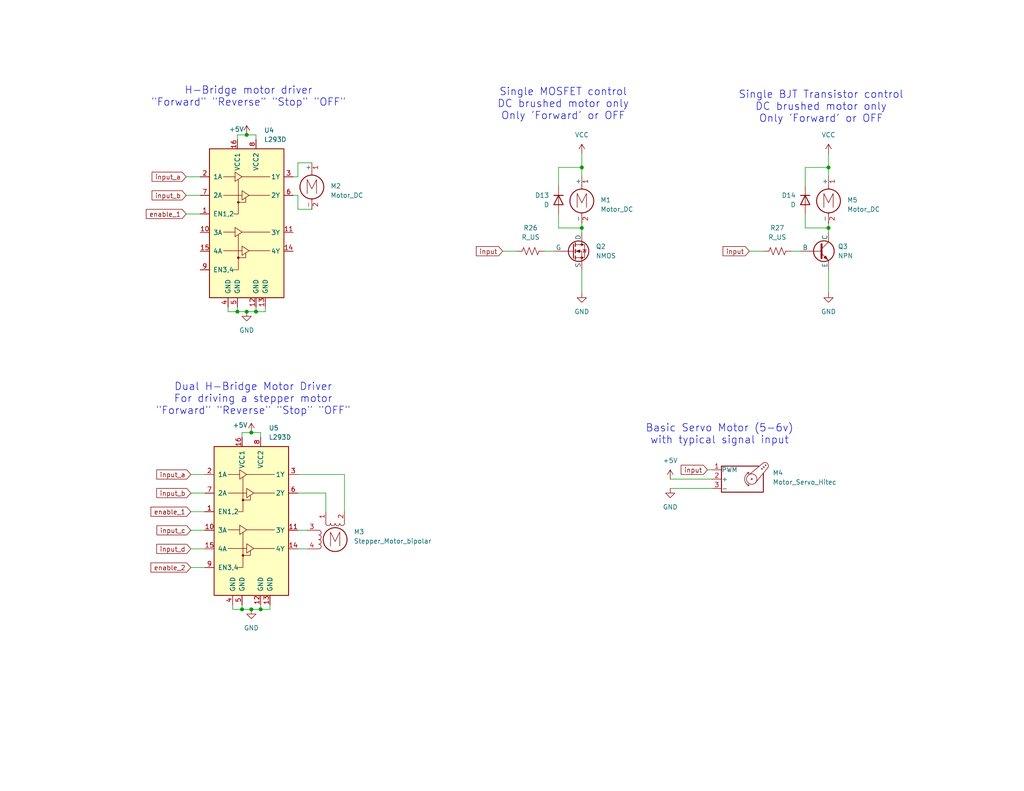
<source format=kicad_sch>
(kicad_sch (version 20231120) (generator "eeschema") (generator_version "8.0")
  (paper "USLetter")
  (title_block (title "Motors") (date "2025-04-24") (rev "v1.0") (company "Mason High School Applied Technology") (comment 1 "2x using simple transistor control") (comment 2 "2x using common L293 motor driver") (comment 3 "1 simple servo motor") (comment 4 "5 Ways to implement motors"))
  (lib_symbols
    (symbol "Device:D" (pin_numbers hide) (pin_names (offset 1.016) hide)
      (property "Reference" "D" (at 0 2.54 0))
      (property "Value" "D" (at 0 -2.54 0))
      (symbol "D_0_1"
        (polyline (pts (xy -1.27 1.27) (xy -1.27 -1.27)) (stroke (width 0.254)))
        (polyline (pts (xy 1.27 0) (xy -1.27 0)))
        (polyline (pts (xy 1.27 1.27) (xy 1.27 -1.27) (xy -1.27 0) (xy 1.27 1.27)) (stroke (width 0.254)))
      )
      (symbol "D_1_1"
        (pin passive line (at -3.81 0 0) (length 2.54) (name "K") (number "1"))
        (pin passive line (at 3.81 0 180) (length 2.54) (name "A") (number "2"))
      )
    )
    (symbol "Device:R_US" (pin_numbers hide) (pin_names (offset 0))
      (property "Reference" "R" (at 2.54 0 90))
      (property "Value" "R_US" (at -2.54 0 90))
      (symbol "R_US_0_1"
        (polyline (pts (xy 0 -2.286) (xy 0 -2.54)))
        (polyline (pts (xy 0 2.286) (xy 0 2.54)))
        (polyline (pts (xy 0 -0.762) (xy 1.016 -1.143) (xy 0 -1.524) (xy -1.016 -1.905) (xy 0 -2.286)))
        (polyline (pts (xy 0 0.762) (xy 1.016 0.381) (xy 0 0) (xy -1.016 -0.381) (xy 0 -0.762)))
        (polyline (pts (xy 0 2.286) (xy 1.016 1.905) (xy 0 1.524) (xy -1.016 1.143) (xy 0 0.762)))
      )
      (symbol "R_US_1_1"
        (pin passive line (at 0 3.81 270) (length 1.27) (name "~") (number "1"))
        (pin passive line (at 0 -3.81 90) (length 1.27) (name "~") (number "2"))
      )
    )
    (symbol "Driver_Motor:L293D" (pin_names (offset 1.016))
      (property "Reference" "U" (at -5.08 26.035 0))
      (property "Value" "L293D" (at -5.08 24.13 0))
      (symbol "L293D_0_1"
        (rectangle (start -10.16 22.86) (end 10.16 -17.78) (stroke (width 0.254)) (fill (type background)))
        (circle (center -2.286 -6.858) (radius 0.254) (fill (type outline)))
        (circle (center -2.286 8.255) (radius 0.254) (fill (type outline)))
        (polyline (pts (xy -6.35 -4.953) (xy -1.27 -4.953)))
        (polyline (pts (xy -6.35 0.127) (xy -3.175 0.127)))
        (polyline (pts (xy -6.35 10.16) (xy -1.27 10.16)))
        (polyline (pts (xy -6.35 15.24) (xy -3.175 15.24)))
        (polyline (pts (xy -1.27 0.127) (xy 6.35 0.127)))
        (polyline (pts (xy -1.27 15.24) (xy 6.35 15.24)))
        (polyline (pts (xy 0.635 -4.953) (xy 6.35 -4.953)))
        (polyline (pts (xy 0.635 10.16) (xy 6.35 10.16)))
        (polyline (pts (xy -2.286 -6.858) (xy -0.254 -6.858) (xy -0.254 -5.588)))
        (polyline (pts (xy -2.286 -0.635) (xy -2.286 -10.16) (xy -3.556 -10.16)))
        (polyline (pts (xy -2.286 8.255) (xy -0.254 8.255) (xy -0.254 9.525)))
        (polyline (pts (xy -2.286 14.478) (xy -2.286 5.08) (xy -3.556 5.08)))
        (polyline (pts (xy -3.175 1.397) (xy -3.175 -1.143) (xy -1.27 0.127) (xy -3.175 1.397)))
        (polyline (pts (xy -3.175 16.51) (xy -3.175 13.97) (xy -1.27 15.24) (xy -3.175 16.51)))
        (polyline (pts (xy -1.27 -3.683) (xy -1.27 -6.223) (xy 0.635 -4.953) (xy -1.27 -3.683)))
        (polyline (pts (xy -1.27 11.43) (xy -1.27 8.89) (xy 0.635 10.16) (xy -1.27 11.43)))
      )
      (symbol "L293D_1_1"
        (pin input line (at -12.7 5.08 0) (length 2.54) (name "EN1,2") (number "1"))
        (pin input line (at -12.7 0 0) (length 2.54) (name "3A") (number "10"))
        (pin output line (at 12.7 0 180) (length 2.54) (name "3Y") (number "11"))
        (pin power_in line (at 2.54 -20.32 90) (length 2.54) (name "GND") (number "12"))
        (pin power_in line (at 5.08 -20.32 90) (length 2.54) (name "GND") (number "13"))
        (pin output line (at 12.7 -5.08 180) (length 2.54) (name "4Y") (number "14"))
        (pin input line (at -12.7 -5.08 0) (length 2.54) (name "4A") (number "15"))
        (pin power_in line (at -2.54 25.4 270) (length 2.54) (name "VCC1") (number "16"))
        (pin input line (at -12.7 15.24 0) (length 2.54) (name "1A") (number "2"))
        (pin output line (at 12.7 15.24 180) (length 2.54) (name "1Y") (number "3"))
        (pin power_in line (at -5.08 -20.32 90) (length 2.54) (name "GND") (number "4"))
        (pin power_in line (at -2.54 -20.32 90) (length 2.54) (name "GND") (number "5"))
        (pin output line (at 12.7 10.16 180) (length 2.54) (name "2Y") (number "6"))
        (pin input line (at -12.7 10.16 0) (length 2.54) (name "2A") (number "7"))
        (pin power_in line (at 2.54 25.4 270) (length 2.54) (name "VCC2") (number "8"))
        (pin input line (at -12.7 -10.16 0) (length 2.54) (name "EN3,4") (number "9"))
      )
    )
    (symbol "Motor:Motor_DC" (pin_names (offset 0))
      (property "Reference" "M" (at 2.54 2.54 0))
      (property "Value" "Motor_DC" (at 2.54 -5.08 0))
      (symbol "Motor_DC_0_0"
        (polyline (pts (xy -1.27 -3.302) (xy -1.27 0.508) (xy 0 -2.032) (xy 1.27 0.508) (xy 1.27 -3.302)))
      )
      (symbol "Motor_DC_0_1"
        (circle (center 0 -1.524) (radius 3.2512) (stroke (width 0.254)))
        (polyline (pts (xy 0 -7.62) (xy 0 -7.112)))
        (polyline (pts (xy 0 -4.7752) (xy 0 -5.1816)))
        (polyline (pts (xy 0 1.7272) (xy 0 2.0828)))
        (polyline (pts (xy 0 2.032) (xy 0 2.54)))
      )
      (symbol "Motor_DC_1_1"
        (pin passive line (at 0 5.08 270) (length 2.54) (name "+") (number "1"))
        (pin passive line (at 0 -7.62 90) (length 2.54) (name "-") (number "2"))
      )
    )
    (symbol "Motor:Motor_Servo_Hitec" (pin_names (offset 0.0254))
      (property "Reference" "M" (at -5.08 4.445 0))
      (property "Value" "Motor_Servo_Hitec" (at -5.08 -4.064 0))
      (symbol "Motor_Servo_Hitec_0_1"
        (polyline (pts (xy 2.413 -1.778) (xy 2.032 -1.778)))
        (polyline (pts (xy 2.413 -1.778) (xy 2.286 -1.397)))
        (polyline (pts (xy 2.413 1.778) (xy 1.905 1.778)))
        (polyline (pts (xy 2.413 1.778) (xy 2.286 1.397)))
        (polyline (pts (xy 6.35 4.445) (xy 2.54 1.27)))
        (polyline (pts (xy 7.62 3.175) (xy 4.191 -1.016)))
        (polyline (pts (xy 5.08 3.556) (xy -5.08 3.556) (xy -5.08 -3.556) (xy 6.35 -3.556) (xy 6.35 1.524)) (stroke (width 0.254)))
        (arc (start 2.413 1.778) (mid 1.2406 0) (end 2.413 -1.778))
        (circle (center 3.175 0) (radius 0.1778))
        (circle (center 3.175 0) (radius 1.4224))
        (circle (center 5.969 2.794) (radius 0.127))
        (circle (center 6.477 3.302) (radius 0.127))
        (circle (center 6.985 3.81) (radius 0.127))
        (arc (start 7.62 3.175) (mid 7.4485 4.2735) (end 6.35 4.445))
      )
      (symbol "Motor_Servo_Hitec_1_1"
        (pin passive line (at -7.62 2.54 0) (length 2.54) (name "PWM") (number "1"))
        (pin passive line (at -7.62 0 0) (length 2.54) (name "+") (number "2"))
        (pin passive line (at -7.62 -2.54 0) (length 2.54) (name "-") (number "3"))
      )
    )
    (symbol "Motor:Stepper_Motor_bipolar" (pin_names (offset 0) hide)
      (property "Reference" "M" (at 3.81 2.54 0))
      (property "Value" "Stepper_Motor_bipolar" (at 3.81 1.27 0))
      (symbol "Stepper_Motor_bipolar_0_0"
        (polyline (pts (xy -1.27 -1.778) (xy -1.27 2.032) (xy 0 -0.508) (xy 1.27 2.032) (xy 1.27 -1.778)))
      )
      (symbol "Stepper_Motor_bipolar_0_1"
        (arc (start -4.445 -2.54) (mid -3.8127 -1.905) (end -4.445 -1.27))
        (arc (start -4.445 -1.27) (mid -3.8127 -0.635) (end -4.445 0))
        (arc (start -4.445 0) (mid -3.8127 0.635) (end -4.445 1.27))
        (arc (start -4.445 1.27) (mid -3.8127 1.905) (end -4.445 2.54))
        (arc (start -2.54 4.445) (mid -1.905 3.8127) (end -1.27 4.445))
        (arc (start -1.27 4.445) (mid -0.635 3.8127) (end 0 4.445))
        (polyline (pts (xy -5.08 -2.54) (xy -4.445 -2.54)))
        (polyline (pts (xy -5.08 2.54) (xy -4.445 2.54)))
        (polyline (pts (xy -2.54 5.08) (xy -2.54 4.445)))
        (polyline (pts (xy 2.54 5.08) (xy 2.54 4.445)))
        (circle (center 0 0) (radius 3.2512) (stroke (width 0.254)))
        (arc (start 0 4.445) (mid 0.635 3.8127) (end 1.27 4.445))
        (arc (start 1.27 4.445) (mid 1.905 3.8127) (end 2.54 4.445))
      )
      (symbol "Stepper_Motor_bipolar_1_1"
        (pin passive line (at -2.54 7.62 270) (length 2.54) (name "~") (number "1"))
        (pin passive line (at 2.54 7.62 270) (length 2.54) (name "-") (number "2"))
        (pin passive line (at -7.62 2.54 0) (length 2.54) (name "~") (number "3"))
        (pin passive line (at -7.62 -2.54 0) (length 2.54) (name "~") (number "4"))
      )
    )
    (symbol "Simulation_SPICE:NMOS" (pin_numbers hide) (pin_names (offset 0))
      (property "Reference" "Q" (at 5.08 1.27 0))
      (property "Value" "NMOS" (at 5.08 -1.27 0))
      (symbol "NMOS_0_1"
        (polyline (pts (xy 0.254 0) (xy -2.54 0)))
        (polyline (pts (xy 0.254 1.905) (xy 0.254 -1.905)) (stroke (width 0.254)))
        (polyline (pts (xy 0.762 -1.27) (xy 0.762 -2.286)) (stroke (width 0.254)))
        (polyline (pts (xy 0.762 0.508) (xy 0.762 -0.508)) (stroke (width 0.254)))
        (polyline (pts (xy 0.762 2.286) (xy 0.762 1.27)) (stroke (width 0.254)))
        (polyline (pts (xy 2.54 2.54) (xy 2.54 1.778)))
        (polyline (pts (xy 2.54 -2.54) (xy 2.54 0) (xy 0.762 0)))
        (polyline (pts (xy 0.762 -1.778) (xy 3.302 -1.778) (xy 3.302 1.778) (xy 0.762 1.778)))
        (polyline (pts (xy 1.016 0) (xy 2.032 0.381) (xy 2.032 -0.381) (xy 1.016 0)) (fill (type outline)))
        (polyline (pts (xy 2.794 0.508) (xy 2.921 0.381) (xy 3.683 0.381) (xy 3.81 0.254)))
        (polyline (pts (xy 3.302 0.381) (xy 2.921 -0.254) (xy 3.683 -0.254) (xy 3.302 0.381)))
        (circle (center 1.651 0) (radius 2.794) (stroke (width 0.254)))
        (circle (center 2.54 -1.778) (radius 0.254) (fill (type outline)))
        (circle (center 2.54 1.778) (radius 0.254) (fill (type outline)))
      )
      (symbol "NMOS_1_1"
        (pin passive line (at 2.54 5.08 270) (length 2.54) (name "D") (number "1"))
        (pin input line (at -5.08 0 0) (length 2.54) (name "G") (number "2"))
        (pin passive line (at 2.54 -5.08 90) (length 2.54) (name "S") (number "3"))
      )
    )
    (symbol "Simulation_SPICE:NPN" (pin_numbers hide) (pin_names (offset 0))
      (property "Reference" "Q" (at -2.54 7.62 0))
      (property "Value" "NPN" (at -2.54 5.08 0))
      (symbol "NPN_0_1"
        (polyline (pts (xy -2.54 0) (xy 0.635 0)) (stroke (width 0.1524)))
        (polyline (pts (xy 0.635 0.635) (xy 2.54 2.54)))
        (polyline (pts (xy 2.794 -1.27) (xy 2.794 -1.27)) (stroke (width 0.1524)))
        (polyline (pts (xy 2.794 -1.27) (xy 2.794 -1.27)) (stroke (width 0.1524)))
        (polyline (pts (xy 0.635 -0.635) (xy 2.54 -2.54) (xy 2.54 -2.54)))
        (polyline (pts (xy 0.635 1.905) (xy 0.635 -1.905) (xy 0.635 -1.905)) (stroke (width 0.508)))
        (polyline (pts (xy 1.27 -1.778) (xy 1.778 -1.27) (xy 2.286 -2.286) (xy 1.27 -1.778) (xy 1.27 -1.778)) (fill (type outline)))
        (circle (center 1.27 0) (radius 2.8194) (stroke (width 0.254)))
      )
      (symbol "NPN_1_1"
        (pin open_collector line (at 2.54 5.08 270) (length 2.54) (name "C") (number "1"))
        (pin input line (at -5.08 0 0) (length 2.54) (name "B") (number "2"))
        (pin open_emitter line (at 2.54 -5.08 90) (length 2.54) (name "E") (number "3"))
      )
    )
    (symbol "power:+5V" (power) (pin_numbers hide) (pin_names (offset 0) hide)
      (property "Value" "+5V" (at 0 3.556 0))
      (symbol "+5V_0_1"
        (polyline (pts (xy -0.762 1.27) (xy 0 2.54)))
        (polyline (pts (xy 0 0) (xy 0 2.54)))
        (polyline (pts (xy 0 2.54) (xy 0.762 1.27)))
      )
      (symbol "+5V_1_1"
        (pin power_in line (at 0 0 90) (length 0) (name "~") (number "1"))
      )
    )
    (symbol "power:GND" (power) (pin_numbers hide) (pin_names (offset 0) hide)
      (property "Value" "GND" (at 0 -3.81 0))
      (symbol "GND_0_1"
        (polyline (pts (xy 0 0) (xy 0 -1.27) (xy 1.27 -1.27) (xy 0 -2.54) (xy -1.27 -1.27) (xy 0 -1.27)))
      )
      (symbol "GND_1_1"
        (pin power_in line (at 0 0 270) (length 0) (name "~") (number "1"))
      )
    )
    (symbol "power:VCC" (power) (pin_numbers hide) (pin_names (offset 0) hide)
      (property "Value" "VCC" (at 0 3.556 0))
      (symbol "VCC_0_1"
        (polyline (pts (xy -0.762 1.27) (xy 0 2.54)))
        (polyline (pts (xy 0 0) (xy 0 2.54)))
        (polyline (pts (xy 0 2.54) (xy 0.762 1.27)))
      )
      (symbol "VCC_1_1"
        (pin power_in line (at 0 0 90) (length 0) (name "~") (number "1"))
      )
    )
  )
  (junction (at 68.58 166.37))
  (junction (at 67.31 85.09))
  (junction (at 69.85 85.09))
  (junction (at 226.06 45.72))
  (junction (at 66.04 166.37))
  (junction (at 67.31 36.83))
  (junction (at 64.77 85.09))
  (junction (at 71.12 166.37))
  (junction (at 158.75 45.72))
  (junction (at 226.06 62.23))
  (junction (at 68.58 118.11))
  (junction (at 158.75 62.23))
  (wire (pts (xy 63.5 166.37) (xy 66.04 166.37)))
  (wire (pts (xy 64.77 85.09) (xy 67.31 85.09)))
  (wire (pts (xy 81.28 134.62) (xy 88.9 134.62)))
  (wire (pts (xy 52.07 129.54) (xy 55.88 129.54)))
  (wire (pts (xy 52.07 134.62) (xy 55.88 134.62)))
  (wire (pts (xy 72.39 85.09) (xy 69.85 85.09)))
  (wire (pts (xy 73.66 165.1) (xy 73.66 166.37)))
  (wire (pts (xy 152.4 45.72) (xy 158.75 45.72)))
  (wire (pts (xy 158.75 62.23) (xy 158.75 63.5)))
  (wire (pts (xy 52.07 139.7) (xy 55.88 139.7)))
  (wire (pts (xy 219.71 45.72) (xy 226.06 45.72)))
  (wire (pts (xy 204.47 68.58) (xy 208.28 68.58)))
  (wire (pts (xy 81.28 48.26) (xy 81.28 44.45)))
  (wire (pts (xy 50.8 53.34) (xy 54.61 53.34)))
  (wire (pts (xy 81.28 53.34) (xy 81.28 57.15)))
  (wire (pts (xy 226.06 62.23) (xy 226.06 63.5)))
  (wire (pts (xy 71.12 165.1) (xy 71.12 166.37)))
  (wire (pts (xy 81.28 57.15) (xy 85.09 57.15)))
  (wire (pts (xy 81.28 129.54) (xy 93.98 129.54)))
  (wire (pts (xy 182.88 133.35) (xy 194.31 133.35)))
  (wire (pts (xy 158.75 73.66) (xy 158.75 80.01)))
  (wire (pts (xy 69.85 83.82) (xy 69.85 85.09)))
  (wire (pts (xy 219.71 62.23) (xy 226.06 62.23)))
  (wire (pts (xy 148.59 68.58) (xy 151.13 68.58)))
  (wire (pts (xy 219.71 58.42) (xy 219.71 62.23)))
  (wire (pts (xy 219.71 50.8) (xy 219.71 45.72)))
  (wire (pts (xy 158.75 60.96) (xy 158.75 62.23)))
  (wire (pts (xy 81.28 144.78) (xy 83.82 144.78)))
  (wire (pts (xy 226.06 60.96) (xy 226.06 62.23)))
  (wire (pts (xy 64.77 36.83) (xy 67.31 36.83)))
  (wire (pts (xy 215.9 68.58) (xy 218.44 68.58)))
  (wire (pts (xy 158.75 45.72) (xy 158.75 48.26)))
  (wire (pts (xy 62.23 85.09) (xy 64.77 85.09)))
  (wire (pts (xy 182.88 130.81) (xy 194.31 130.81)))
  (wire (pts (xy 52.07 154.94) (xy 55.88 154.94)))
  (wire (pts (xy 93.98 129.54) (xy 93.98 139.7)))
  (wire (pts (xy 80.01 53.34) (xy 81.28 53.34)))
  (wire (pts (xy 66.04 166.37) (xy 68.58 166.37)))
  (wire (pts (xy 152.4 58.42) (xy 152.4 62.23)))
  (wire (pts (xy 69.85 85.09) (xy 67.31 85.09)))
  (wire (pts (xy 50.8 48.26) (xy 54.61 48.26)))
  (wire (pts (xy 52.07 144.78) (xy 55.88 144.78)))
  (wire (pts (xy 64.77 83.82) (xy 64.77 85.09)))
  (wire (pts (xy 80.01 48.26) (xy 81.28 48.26)))
  (wire (pts (xy 52.07 149.86) (xy 55.88 149.86)))
  (wire (pts (xy 71.12 119.38) (xy 71.12 118.11)))
  (wire (pts (xy 226.06 41.91) (xy 226.06 45.72)))
  (wire (pts (xy 62.23 83.82) (xy 62.23 85.09)))
  (wire (pts (xy 66.04 118.11) (xy 68.58 118.11)))
  (wire (pts (xy 137.16 68.58) (xy 140.97 68.58)))
  (wire (pts (xy 152.4 50.8) (xy 152.4 45.72)))
  (wire (pts (xy 193.04 128.27) (xy 194.31 128.27)))
  (wire (pts (xy 226.06 73.66) (xy 226.06 80.01)))
  (wire (pts (xy 226.06 45.72) (xy 226.06 48.26)))
  (wire (pts (xy 69.85 36.83) (xy 67.31 36.83)))
  (wire (pts (xy 63.5 165.1) (xy 63.5 166.37)))
  (wire (pts (xy 81.28 44.45) (xy 85.09 44.45)))
  (wire (pts (xy 50.8 58.42) (xy 54.61 58.42)))
  (wire (pts (xy 152.4 62.23) (xy 158.75 62.23)))
  (wire (pts (xy 64.77 38.1) (xy 64.77 36.83)))
  (wire (pts (xy 81.28 149.86) (xy 83.82 149.86)))
  (wire (pts (xy 71.12 166.37) (xy 68.58 166.37)))
  (wire (pts (xy 73.66 166.37) (xy 71.12 166.37)))
  (wire (pts (xy 66.04 165.1) (xy 66.04 166.37)))
  (wire (pts (xy 71.12 118.11) (xy 68.58 118.11)))
  (wire (pts (xy 158.75 41.91) (xy 158.75 45.72)))
  (wire (pts (xy 72.39 83.82) (xy 72.39 85.09)))
  (wire (pts (xy 88.9 134.62) (xy 88.9 139.7)))
  (wire (pts (xy 66.04 119.38) (xy 66.04 118.11)))
  (wire (pts (xy 69.85 38.1) (xy 69.85 36.83)))
  (text "Basic Servo Motor (5-6v)\nwith typical signal input" (at 196.342 118.618 0) (effects (font (size 2.032 2.032))))
  (text "Dual H-Bridge Motor Driver\nFor driving a stepper motor\n\"Forward\" \"Reverse\" \"Stop\" \"OFF\"" (at 69.088 108.966 0) (effects (font (size 2.032 2.032))))
  (text "Single BJT Transistor control\nDC brushed motor only\nOnly 'Forward' or OFF" (at 224.028 29.21 0) (effects (font (size 2.032 2.032))))
  (text "Single MOSFET control\nDC brushed motor only\nOnly 'Forward' or OFF" (at 153.67 28.448 0) (effects (font (size 2.032 2.032))))
  (text "H-Bridge motor driver\n\"Forward\" \"Reverse\" \"Stop\" \"OFF\"" (at 67.818 26.416 0) (effects (font (size 2.032 2.032))))
  (global_label "input_c" (shape input) (at 52.07 144.78 180) (property "Intersheetrefs" "${INTERSHEET_REFS}" (effects (hide yes))))
  (global_label "enable_2" (shape input) (at 52.07 154.94 180) (property "Intersheetrefs" "${INTERSHEET_REFS}" (effects (hide yes))))
  (global_label "input" (shape input) (at 137.16 68.58 180) (property "Intersheetrefs" "${INTERSHEET_REFS}" (effects (hide yes))))
  (global_label "input" (shape input) (at 193.04 128.27 180) (property "Intersheetrefs" "${INTERSHEET_REFS}" (effects (hide yes))))
  (global_label "input_b" (shape input) (at 52.07 134.62 180) (property "Intersheetrefs" "${INTERSHEET_REFS}" (effects (hide yes))))
  (global_label "input_a" (shape input) (at 50.8 48.26 180) (property "Intersheetrefs" "${INTERSHEET_REFS}" (effects (hide yes))))
  (global_label "input_d" (shape input) (at 52.07 149.86 180) (property "Intersheetrefs" "${INTERSHEET_REFS}" (effects (hide yes))))
  (global_label "input_b" (shape input) (at 50.8 53.34 180) (property "Intersheetrefs" "${INTERSHEET_REFS}" (effects (hide yes))))
  (global_label "input" (shape input) (at 204.47 68.58 180) (property "Intersheetrefs" "${INTERSHEET_REFS}" (effects (hide yes))))
  (global_label "enable_1" (shape input) (at 52.07 139.7 180) (property "Intersheetrefs" "${INTERSHEET_REFS}" (effects (hide yes))))
  (global_label "enable_1" (shape input) (at 50.8 58.42 180) (property "Intersheetrefs" "${INTERSHEET_REFS}" (effects (hide yes))))
  (global_label "input_a" (shape input) (at 52.07 129.54 180) (property "Intersheetrefs" "${INTERSHEET_REFS}" (effects (hide yes))))
  (symbol (lib_id "Device:R_US") (at 144.78 68.58 90) (unit 1)
    (property "Reference" "R26" (at 144.78 62.23 90))
    (property "Value" "R_US" (at 144.78 64.77 90))
    (property "Description" "Resistor, US symbol" (effects (hide yes)))
  )
  (symbol (lib_id "Simulation_SPICE:NMOS") (at 156.21 68.58 0) (unit 1)
    (property "Reference" "Q2" (at 162.56 67.3099 0) (effects (justify left)))
    (property "Value" "NMOS" (at 162.56 69.8499 0) (effects (justify left)))
    (property "Datasheet" "https://ngspice.sourceforge.io/docs/ngspice-html-manual/manual.xhtml#cha_MOSFETs" (effects (hide yes)))
    (property "Description" "N-MOSFET transistor, drain/source/gate" (effects (hide yes)))
    (property "Sim.Device" "NMOS" (effects (hide yes)))
    (property "Sim.Type" "VDMOS" (effects (hide yes)))
    (property "Sim.Pins" "1=D 2=G 3=S" (effects (hide yes)))
  )
  (symbol (lib_id "power:GND") (at 68.58 166.37 0) (unit 1)
    (property "Reference" "#PWR018" (effects (hide yes)))
    (property "Value" "GND" (at 68.58 171.45 0))
    (property "Description" "Power symbol creates a global label with name \"GND\" , ground" (effects (hide yes)))
  )
  (symbol (lib_id "power:GND") (at 67.31 85.09 0) (unit 1)
    (property "Reference" "#PWR016" (effects (hide yes)))
    (property "Value" "GND" (at 67.31 90.17 0))
    (property "Description" "Power symbol creates a global label with name \"GND\" , ground" (effects (hide yes)))
  )
  (symbol (lib_id "power:+5V") (at 182.88 130.81 0) (unit 1)
    (property "Reference" "#PWR019" (effects (hide yes)))
    (property "Value" "+5V" (at 182.88 125.73 0))
    (property "Description" "Power symbol creates a global label with name \"+5V\"" (effects (hide yes)))
  )
  (symbol (lib_id "power:+5V") (at 67.31 36.83 0) (unit 1)
    (property "Reference" "#PWR015" (effects (hide yes)))
    (property "Value" "+5V" (at 64.516 35.306 0))
    (property "Description" "Power symbol creates a global label with name \"+5V\"" (effects (hide yes)))
  )
  (symbol (lib_id "Simulation_SPICE:NPN") (at 223.52 68.58 0) (unit 1)
    (property "Reference" "Q3" (at 228.6 67.3099 0) (effects (justify left)))
    (property "Value" "NPN" (at 228.6 69.8499 0) (effects (justify left)))
    (property "Datasheet" "https://ngspice.sourceforge.io/docs/ngspice-html-manual/manual.xhtml#cha_BJTs" (effects (hide yes)))
    (property "Description" "Bipolar transistor symbol for simulation only, substrate tied to the emitter" (effects (hide yes)))
    (property "Sim.Device" "NPN" (effects (hide yes)))
    (property "Sim.Type" "GUMMELPOON" (effects (hide yes)))
    (property "Sim.Pins" "1=C 2=B 3=E" (effects (hide yes)))
  )
  (symbol (lib_id "Motor:Motor_DC") (at 158.75 53.34 0) (unit 1)
    (property "Reference" "M1" (at 163.83 54.6099 0) (effects (justify left)))
    (property "Value" "Motor_DC" (at 163.83 57.1499 0) (effects (justify left)))
    (property "Description" "DC Motor" (effects (hide yes)))
  )
  (symbol (lib_id "Device:D") (at 152.4 54.61 90) (mirror x) (unit 1)
    (property "Reference" "D13" (at 149.86 53.3399 90) (effects (justify left)))
    (property "Value" "D" (at 149.86 55.8799 90) (effects (justify left)))
    (property "Description" "Diode" (effects (hide yes)))
    (property "Sim.Device" "D" (effects (hide yes)))
    (property "Sim.Pins" "1=K 2=A" (effects (hide yes)))
  )
  (symbol (lib_id "power:GND") (at 226.06 80.01 0) (unit 1)
    (property "Reference" "#PWR022" (effects (hide yes)))
    (property "Value" "GND" (at 226.06 85.09 0))
    (property "Description" "Power symbol creates a global label with name \"GND\" , ground" (effects (hide yes)))
  )
  (symbol (lib_id "power:GND") (at 182.88 133.35 0) (unit 1)
    (property "Reference" "#PWR020" (effects (hide yes)))
    (property "Value" "GND" (at 182.88 138.43 0))
    (property "Description" "Power symbol creates a global label with name \"GND\" , ground" (effects (hide yes)))
  )
  (symbol (lib_id "power:GND") (at 158.75 80.01 0) (unit 1)
    (property "Reference" "#PWR014" (effects (hide yes)))
    (property "Value" "GND" (at 158.75 85.09 0))
    (property "Description" "Power symbol creates a global label with name \"GND\" , ground" (effects (hide yes)))
  )
  (symbol (lib_id "Driver_Motor:L293D") (at 68.58 144.78 0) (unit 1)
    (property "Reference" "U5" (at 73.3141 116.84 0) (effects (justify left)))
    (property "Value" "L293D" (at 73.3141 119.38 0) (effects (justify left)))
    (property "Footprint" "Package_DIP:DIP-16_W7.62mm" (effects (hide yes)))
    (property "Datasheet" "http://www.ti.com/lit/ds/symlink/l293.pdf" (effects (hide yes)))
    (property "Description" "Quadruple Half-H Drivers" (effects (hide yes)))
  )
  (symbol (lib_id "Motor:Motor_Servo_Hitec") (at 201.93 130.81 0) (unit 1)
    (property "Reference" "M4" (at 210.82 129.1065 0) (effects (justify left)))
    (property "Value" "Motor_Servo_Hitec" (at 210.82 131.6465 0) (effects (justify left)))
    (property "Datasheet" "http://forums.parallax.com/uploads/attachments/46831/74481.png" (effects (hide yes)))
    (property "Description" "Servo Motor (HiTec connector)" (effects (hide yes)))
  )
  (symbol (lib_id "Driver_Motor:L293D") (at 67.31 63.5 0) (unit 1)
    (property "Reference" "U4" (at 72.0441 35.56 0) (effects (justify left)))
    (property "Value" "L293D" (at 72.0441 38.1 0) (effects (justify left)))
    (property "Footprint" "Package_DIP:DIP-16_W7.62mm" (effects (hide yes)))
    (property "Datasheet" "http://www.ti.com/lit/ds/symlink/l293.pdf" (effects (hide yes)))
    (property "Description" "Quadruple Half-H Drivers" (effects (hide yes)))
  )
  (symbol (lib_id "Motor:Motor_DC") (at 226.06 53.34 0) (unit 1)
    (property "Reference" "M5" (at 231.14 54.6099 0) (effects (justify left)))
    (property "Value" "Motor_DC" (at 231.14 57.1499 0) (effects (justify left)))
    (property "Description" "DC Motor" (effects (hide yes)))
  )
  (symbol (lib_id "Motor:Motor_DC") (at 85.09 49.53 0) (unit 1)
    (property "Reference" "M2" (at 90.17 50.7999 0) (effects (justify left)))
    (property "Value" "Motor_DC" (at 90.17 53.3399 0) (effects (justify left)))
    (property "Description" "DC Motor" (effects (hide yes)))
  )
  (symbol (lib_id "Device:D") (at 219.71 54.61 90) (mirror x) (unit 1)
    (property "Reference" "D14" (at 217.17 53.3399 90) (effects (justify left)))
    (property "Value" "D" (at 217.17 55.8799 90) (effects (justify left)))
    (property "Description" "Diode" (effects (hide yes)))
    (property "Sim.Device" "D" (effects (hide yes)))
    (property "Sim.Pins" "1=K 2=A" (effects (hide yes)))
  )
  (symbol (lib_id "power:VCC") (at 158.75 41.91 0) (unit 1)
    (property "Reference" "#PWR013" (effects (hide yes)))
    (property "Value" "VCC" (at 158.75 36.83 0))
    (property "Description" "Power symbol creates a global label with name \"VCC\"" (effects (hide yes)))
  )
  (symbol (lib_id "power:+5V") (at 68.58 118.11 0) (unit 1)
    (property "Reference" "#PWR017" (effects (hide yes)))
    (property "Value" "+5V" (at 65.532 116.078 0))
    (property "Description" "Power symbol creates a global label with name \"+5V\"" (effects (hide yes)))
  )
  (symbol (lib_id "Motor:Stepper_Motor_bipolar") (at 91.44 147.32 0) (unit 1)
    (property "Reference" "M3" (at 96.52 145.199 0) (effects (justify left)))
    (property "Value" "Stepper_Motor_bipolar" (at 96.52 147.739 0) (effects (justify left)))
    (property "Datasheet" "http://www.infineon.com/dgdl/Application-Note-TLE8110EE_driving_UniPolarStepperMotor_V1.1.pdf?fileId=db3a30431be39b97011be5d0aa0a00b0" (effects (hide yes)))
    (property "Description" "4-wire bipolar stepper motor" (effects (hide yes)))
  )
  (symbol (lib_id "Device:R_US") (at 212.09 68.58 90) (unit 1)
    (property "Reference" "R27" (at 212.09 62.23 90))
    (property "Value" "R_US" (at 212.09 64.77 90))
    (property "Description" "Resistor, US symbol" (effects (hide yes)))
  )
  (symbol (lib_id "power:VCC") (at 226.06 41.91 0) (unit 1)
    (property "Reference" "#PWR021" (effects (hide yes)))
    (property "Value" "VCC" (at 226.06 36.83 0))
    (property "Description" "Power symbol creates a global label with name \"VCC\"" (effects (hide yes)))
  )
)
</source>
